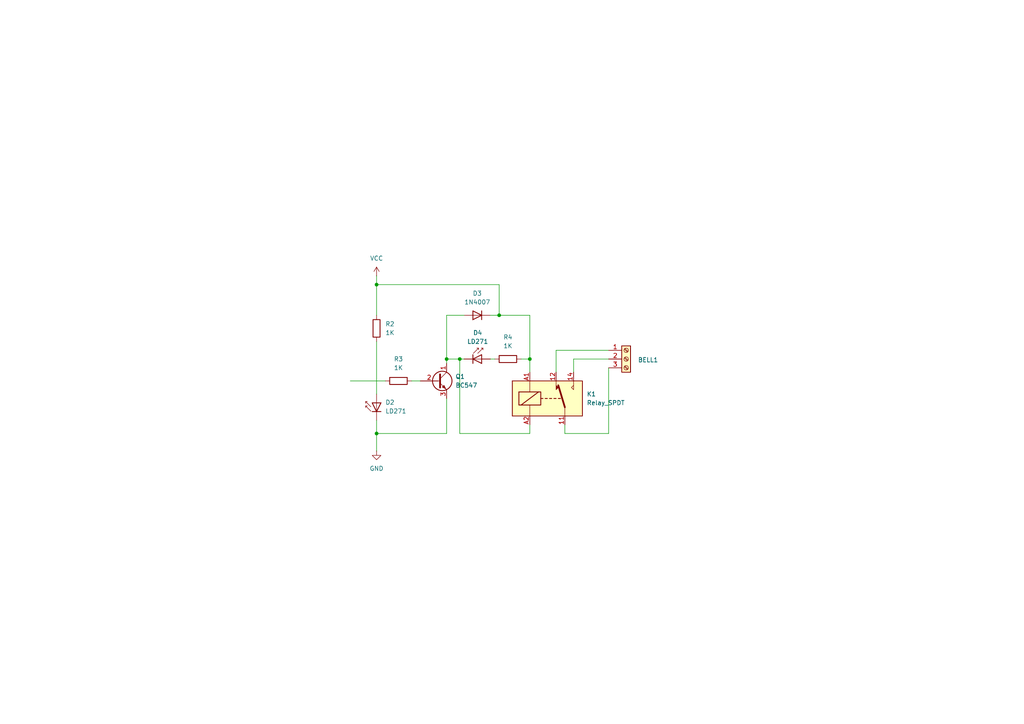
<source format=kicad_sch>
(kicad_sch
	(version 20231120)
	(generator "eeschema")
	(generator_version "8.0")
	(uuid "b8dbf512-f023-4a09-8b7c-3fb3b7d44205")
	(paper "A4")
	(lib_symbols
		(symbol "Connector:Screw_Terminal_01x03"
			(pin_names
				(offset 1.016) hide)
			(exclude_from_sim no)
			(in_bom yes)
			(on_board yes)
			(property "Reference" "J"
				(at 0 5.08 0)
				(effects
					(font
						(size 1.27 1.27)
					)
				)
			)
			(property "Value" "Screw_Terminal_01x03"
				(at 0 -5.08 0)
				(effects
					(font
						(size 1.27 1.27)
					)
				)
			)
			(property "Footprint" ""
				(at 0 0 0)
				(effects
					(font
						(size 1.27 1.27)
					)
					(hide yes)
				)
			)
			(property "Datasheet" "~"
				(at 0 0 0)
				(effects
					(font
						(size 1.27 1.27)
					)
					(hide yes)
				)
			)
			(property "Description" "Generic screw terminal, single row, 01x03, script generated (kicad-library-utils/schlib/autogen/connector/)"
				(at 0 0 0)
				(effects
					(font
						(size 1.27 1.27)
					)
					(hide yes)
				)
			)
			(property "ki_keywords" "screw terminal"
				(at 0 0 0)
				(effects
					(font
						(size 1.27 1.27)
					)
					(hide yes)
				)
			)
			(property "ki_fp_filters" "TerminalBlock*:*"
				(at 0 0 0)
				(effects
					(font
						(size 1.27 1.27)
					)
					(hide yes)
				)
			)
			(symbol "Screw_Terminal_01x03_1_1"
				(rectangle
					(start -1.27 3.81)
					(end 1.27 -3.81)
					(stroke
						(width 0.254)
						(type default)
					)
					(fill
						(type background)
					)
				)
				(circle
					(center 0 -2.54)
					(radius 0.635)
					(stroke
						(width 0.1524)
						(type default)
					)
					(fill
						(type none)
					)
				)
				(polyline
					(pts
						(xy -0.5334 -2.2098) (xy 0.3302 -3.048)
					)
					(stroke
						(width 0.1524)
						(type default)
					)
					(fill
						(type none)
					)
				)
				(polyline
					(pts
						(xy -0.5334 0.3302) (xy 0.3302 -0.508)
					)
					(stroke
						(width 0.1524)
						(type default)
					)
					(fill
						(type none)
					)
				)
				(polyline
					(pts
						(xy -0.5334 2.8702) (xy 0.3302 2.032)
					)
					(stroke
						(width 0.1524)
						(type default)
					)
					(fill
						(type none)
					)
				)
				(polyline
					(pts
						(xy -0.3556 -2.032) (xy 0.508 -2.8702)
					)
					(stroke
						(width 0.1524)
						(type default)
					)
					(fill
						(type none)
					)
				)
				(polyline
					(pts
						(xy -0.3556 0.508) (xy 0.508 -0.3302)
					)
					(stroke
						(width 0.1524)
						(type default)
					)
					(fill
						(type none)
					)
				)
				(polyline
					(pts
						(xy -0.3556 3.048) (xy 0.508 2.2098)
					)
					(stroke
						(width 0.1524)
						(type default)
					)
					(fill
						(type none)
					)
				)
				(circle
					(center 0 0)
					(radius 0.635)
					(stroke
						(width 0.1524)
						(type default)
					)
					(fill
						(type none)
					)
				)
				(circle
					(center 0 2.54)
					(radius 0.635)
					(stroke
						(width 0.1524)
						(type default)
					)
					(fill
						(type none)
					)
				)
				(pin passive line
					(at -5.08 2.54 0)
					(length 3.81)
					(name "Pin_1"
						(effects
							(font
								(size 1.27 1.27)
							)
						)
					)
					(number "1"
						(effects
							(font
								(size 1.27 1.27)
							)
						)
					)
				)
				(pin passive line
					(at -5.08 0 0)
					(length 3.81)
					(name "Pin_2"
						(effects
							(font
								(size 1.27 1.27)
							)
						)
					)
					(number "2"
						(effects
							(font
								(size 1.27 1.27)
							)
						)
					)
				)
				(pin passive line
					(at -5.08 -2.54 0)
					(length 3.81)
					(name "Pin_3"
						(effects
							(font
								(size 1.27 1.27)
							)
						)
					)
					(number "3"
						(effects
							(font
								(size 1.27 1.27)
							)
						)
					)
				)
			)
		)
		(symbol "Device:R"
			(pin_numbers hide)
			(pin_names
				(offset 0)
			)
			(exclude_from_sim no)
			(in_bom yes)
			(on_board yes)
			(property "Reference" "R"
				(at 2.032 0 90)
				(effects
					(font
						(size 1.27 1.27)
					)
				)
			)
			(property "Value" "R"
				(at 0 0 90)
				(effects
					(font
						(size 1.27 1.27)
					)
				)
			)
			(property "Footprint" ""
				(at -1.778 0 90)
				(effects
					(font
						(size 1.27 1.27)
					)
					(hide yes)
				)
			)
			(property "Datasheet" "~"
				(at 0 0 0)
				(effects
					(font
						(size 1.27 1.27)
					)
					(hide yes)
				)
			)
			(property "Description" "Resistor"
				(at 0 0 0)
				(effects
					(font
						(size 1.27 1.27)
					)
					(hide yes)
				)
			)
			(property "ki_keywords" "R res resistor"
				(at 0 0 0)
				(effects
					(font
						(size 1.27 1.27)
					)
					(hide yes)
				)
			)
			(property "ki_fp_filters" "R_*"
				(at 0 0 0)
				(effects
					(font
						(size 1.27 1.27)
					)
					(hide yes)
				)
			)
			(symbol "R_0_1"
				(rectangle
					(start -1.016 -2.54)
					(end 1.016 2.54)
					(stroke
						(width 0.254)
						(type default)
					)
					(fill
						(type none)
					)
				)
			)
			(symbol "R_1_1"
				(pin passive line
					(at 0 3.81 270)
					(length 1.27)
					(name "~"
						(effects
							(font
								(size 1.27 1.27)
							)
						)
					)
					(number "1"
						(effects
							(font
								(size 1.27 1.27)
							)
						)
					)
				)
				(pin passive line
					(at 0 -3.81 90)
					(length 1.27)
					(name "~"
						(effects
							(font
								(size 1.27 1.27)
							)
						)
					)
					(number "2"
						(effects
							(font
								(size 1.27 1.27)
							)
						)
					)
				)
			)
		)
		(symbol "Diode:1N4007"
			(pin_numbers hide)
			(pin_names hide)
			(exclude_from_sim no)
			(in_bom yes)
			(on_board yes)
			(property "Reference" "D"
				(at 0 2.54 0)
				(effects
					(font
						(size 1.27 1.27)
					)
				)
			)
			(property "Value" "1N4007"
				(at 0 -2.54 0)
				(effects
					(font
						(size 1.27 1.27)
					)
				)
			)
			(property "Footprint" "Diode_THT:D_DO-41_SOD81_P10.16mm_Horizontal"
				(at 0 -4.445 0)
				(effects
					(font
						(size 1.27 1.27)
					)
					(hide yes)
				)
			)
			(property "Datasheet" "http://www.vishay.com/docs/88503/1n4001.pdf"
				(at 0 0 0)
				(effects
					(font
						(size 1.27 1.27)
					)
					(hide yes)
				)
			)
			(property "Description" "1000V 1A General Purpose Rectifier Diode, DO-41"
				(at 0 0 0)
				(effects
					(font
						(size 1.27 1.27)
					)
					(hide yes)
				)
			)
			(property "Sim.Device" "D"
				(at 0 0 0)
				(effects
					(font
						(size 1.27 1.27)
					)
					(hide yes)
				)
			)
			(property "Sim.Pins" "1=K 2=A"
				(at 0 0 0)
				(effects
					(font
						(size 1.27 1.27)
					)
					(hide yes)
				)
			)
			(property "ki_keywords" "diode"
				(at 0 0 0)
				(effects
					(font
						(size 1.27 1.27)
					)
					(hide yes)
				)
			)
			(property "ki_fp_filters" "D*DO?41*"
				(at 0 0 0)
				(effects
					(font
						(size 1.27 1.27)
					)
					(hide yes)
				)
			)
			(symbol "1N4007_0_1"
				(polyline
					(pts
						(xy -1.27 1.27) (xy -1.27 -1.27)
					)
					(stroke
						(width 0.254)
						(type default)
					)
					(fill
						(type none)
					)
				)
				(polyline
					(pts
						(xy 1.27 0) (xy -1.27 0)
					)
					(stroke
						(width 0)
						(type default)
					)
					(fill
						(type none)
					)
				)
				(polyline
					(pts
						(xy 1.27 1.27) (xy 1.27 -1.27) (xy -1.27 0) (xy 1.27 1.27)
					)
					(stroke
						(width 0.254)
						(type default)
					)
					(fill
						(type none)
					)
				)
			)
			(symbol "1N4007_1_1"
				(pin passive line
					(at -3.81 0 0)
					(length 2.54)
					(name "K"
						(effects
							(font
								(size 1.27 1.27)
							)
						)
					)
					(number "1"
						(effects
							(font
								(size 1.27 1.27)
							)
						)
					)
				)
				(pin passive line
					(at 3.81 0 180)
					(length 2.54)
					(name "A"
						(effects
							(font
								(size 1.27 1.27)
							)
						)
					)
					(number "2"
						(effects
							(font
								(size 1.27 1.27)
							)
						)
					)
				)
			)
		)
		(symbol "LED:LD271"
			(pin_numbers hide)
			(pin_names
				(offset 1.016) hide)
			(exclude_from_sim no)
			(in_bom yes)
			(on_board yes)
			(property "Reference" "D"
				(at 0.508 1.778 0)
				(effects
					(font
						(size 1.27 1.27)
					)
					(justify left)
				)
			)
			(property "Value" "LD271"
				(at -1.016 -2.794 0)
				(effects
					(font
						(size 1.27 1.27)
					)
				)
			)
			(property "Footprint" "LED_THT:LED_D5.0mm_IRGrey"
				(at 0 4.445 0)
				(effects
					(font
						(size 1.27 1.27)
					)
					(hide yes)
				)
			)
			(property "Datasheet" "http://www.alliedelec.com/m/d/40788c34903a719969df15f1fbea1056.pdf"
				(at -1.27 0 0)
				(effects
					(font
						(size 1.27 1.27)
					)
					(hide yes)
				)
			)
			(property "Description" "940nm IR-LED, 5mm"
				(at 0 0 0)
				(effects
					(font
						(size 1.27 1.27)
					)
					(hide yes)
				)
			)
			(property "ki_keywords" "IR LED"
				(at 0 0 0)
				(effects
					(font
						(size 1.27 1.27)
					)
					(hide yes)
				)
			)
			(property "ki_fp_filters" "LED*5.0mm*IRGrey*"
				(at 0 0 0)
				(effects
					(font
						(size 1.27 1.27)
					)
					(hide yes)
				)
			)
			(symbol "LD271_0_1"
				(polyline
					(pts
						(xy -2.54 1.27) (xy -2.54 -1.27)
					)
					(stroke
						(width 0.254)
						(type default)
					)
					(fill
						(type none)
					)
				)
				(polyline
					(pts
						(xy 0 0) (xy -2.54 0)
					)
					(stroke
						(width 0)
						(type default)
					)
					(fill
						(type none)
					)
				)
				(polyline
					(pts
						(xy 0.381 3.175) (xy -0.127 3.175)
					)
					(stroke
						(width 0)
						(type default)
					)
					(fill
						(type none)
					)
				)
				(polyline
					(pts
						(xy -1.143 1.651) (xy 0.381 3.175) (xy 0.381 2.667)
					)
					(stroke
						(width 0)
						(type default)
					)
					(fill
						(type none)
					)
				)
				(polyline
					(pts
						(xy 0 -1.27) (xy -2.54 0) (xy 0 1.27) (xy 0 -1.27)
					)
					(stroke
						(width 0.254)
						(type default)
					)
					(fill
						(type none)
					)
				)
				(polyline
					(pts
						(xy -2.413 1.651) (xy -0.889 3.175) (xy -0.889 2.667) (xy -0.889 3.175) (xy -1.397 3.175)
					)
					(stroke
						(width 0)
						(type default)
					)
					(fill
						(type none)
					)
				)
			)
			(symbol "LD271_1_1"
				(pin passive line
					(at -5.08 0 0)
					(length 2.54)
					(name "K"
						(effects
							(font
								(size 1.27 1.27)
							)
						)
					)
					(number "1"
						(effects
							(font
								(size 1.27 1.27)
							)
						)
					)
				)
				(pin passive line
					(at 2.54 0 180)
					(length 2.54)
					(name "A"
						(effects
							(font
								(size 1.27 1.27)
							)
						)
					)
					(number "2"
						(effects
							(font
								(size 1.27 1.27)
							)
						)
					)
				)
			)
		)
		(symbol "Relay:Relay_SPDT"
			(exclude_from_sim no)
			(in_bom yes)
			(on_board yes)
			(property "Reference" "K"
				(at 11.43 3.81 0)
				(effects
					(font
						(size 1.27 1.27)
					)
					(justify left)
				)
			)
			(property "Value" "Relay_SPDT"
				(at 11.43 1.27 0)
				(effects
					(font
						(size 1.27 1.27)
					)
					(justify left)
				)
			)
			(property "Footprint" ""
				(at 11.43 -1.27 0)
				(effects
					(font
						(size 1.27 1.27)
					)
					(justify left)
					(hide yes)
				)
			)
			(property "Datasheet" "~"
				(at 0 0 0)
				(effects
					(font
						(size 1.27 1.27)
					)
					(hide yes)
				)
			)
			(property "Description" "Monostable Relay SPDT, EN50005"
				(at 0 0 0)
				(effects
					(font
						(size 1.27 1.27)
					)
					(hide yes)
				)
			)
			(property "ki_keywords" "Single Pole Relay SPDT"
				(at 0 0 0)
				(effects
					(font
						(size 1.27 1.27)
					)
					(hide yes)
				)
			)
			(property "ki_fp_filters" "Relay?SPDT*"
				(at 0 0 0)
				(effects
					(font
						(size 1.27 1.27)
					)
					(hide yes)
				)
			)
			(symbol "Relay_SPDT_0_0"
				(polyline
					(pts
						(xy 7.62 5.08) (xy 7.62 2.54) (xy 6.985 3.175) (xy 7.62 3.81)
					)
					(stroke
						(width 0)
						(type default)
					)
					(fill
						(type none)
					)
				)
			)
			(symbol "Relay_SPDT_0_1"
				(rectangle
					(start -10.16 5.08)
					(end 10.16 -5.08)
					(stroke
						(width 0.254)
						(type default)
					)
					(fill
						(type background)
					)
				)
				(rectangle
					(start -8.255 1.905)
					(end -1.905 -1.905)
					(stroke
						(width 0.254)
						(type default)
					)
					(fill
						(type none)
					)
				)
				(polyline
					(pts
						(xy -7.62 -1.905) (xy -2.54 1.905)
					)
					(stroke
						(width 0.254)
						(type default)
					)
					(fill
						(type none)
					)
				)
				(polyline
					(pts
						(xy -5.08 -5.08) (xy -5.08 -1.905)
					)
					(stroke
						(width 0)
						(type default)
					)
					(fill
						(type none)
					)
				)
				(polyline
					(pts
						(xy -5.08 5.08) (xy -5.08 1.905)
					)
					(stroke
						(width 0)
						(type default)
					)
					(fill
						(type none)
					)
				)
				(polyline
					(pts
						(xy -1.905 0) (xy -1.27 0)
					)
					(stroke
						(width 0.254)
						(type default)
					)
					(fill
						(type none)
					)
				)
				(polyline
					(pts
						(xy -0.635 0) (xy 0 0)
					)
					(stroke
						(width 0.254)
						(type default)
					)
					(fill
						(type none)
					)
				)
				(polyline
					(pts
						(xy 0.635 0) (xy 1.27 0)
					)
					(stroke
						(width 0.254)
						(type default)
					)
					(fill
						(type none)
					)
				)
				(polyline
					(pts
						(xy 1.905 0) (xy 2.54 0)
					)
					(stroke
						(width 0.254)
						(type default)
					)
					(fill
						(type none)
					)
				)
				(polyline
					(pts
						(xy 3.175 0) (xy 3.81 0)
					)
					(stroke
						(width 0.254)
						(type default)
					)
					(fill
						(type none)
					)
				)
				(polyline
					(pts
						(xy 5.08 -2.54) (xy 3.175 3.81)
					)
					(stroke
						(width 0.508)
						(type default)
					)
					(fill
						(type none)
					)
				)
				(polyline
					(pts
						(xy 5.08 -2.54) (xy 5.08 -5.08)
					)
					(stroke
						(width 0)
						(type default)
					)
					(fill
						(type none)
					)
				)
				(polyline
					(pts
						(xy 2.54 5.08) (xy 2.54 2.54) (xy 3.175 3.175) (xy 2.54 3.81)
					)
					(stroke
						(width 0)
						(type default)
					)
					(fill
						(type outline)
					)
				)
			)
			(symbol "Relay_SPDT_1_1"
				(pin passive line
					(at 5.08 -7.62 90)
					(length 2.54)
					(name "~"
						(effects
							(font
								(size 1.27 1.27)
							)
						)
					)
					(number "11"
						(effects
							(font
								(size 1.27 1.27)
							)
						)
					)
				)
				(pin passive line
					(at 2.54 7.62 270)
					(length 2.54)
					(name "~"
						(effects
							(font
								(size 1.27 1.27)
							)
						)
					)
					(number "12"
						(effects
							(font
								(size 1.27 1.27)
							)
						)
					)
				)
				(pin passive line
					(at 7.62 7.62 270)
					(length 2.54)
					(name "~"
						(effects
							(font
								(size 1.27 1.27)
							)
						)
					)
					(number "14"
						(effects
							(font
								(size 1.27 1.27)
							)
						)
					)
				)
				(pin passive line
					(at -5.08 7.62 270)
					(length 2.54)
					(name "~"
						(effects
							(font
								(size 1.27 1.27)
							)
						)
					)
					(number "A1"
						(effects
							(font
								(size 1.27 1.27)
							)
						)
					)
				)
				(pin passive line
					(at -5.08 -7.62 90)
					(length 2.54)
					(name "~"
						(effects
							(font
								(size 1.27 1.27)
							)
						)
					)
					(number "A2"
						(effects
							(font
								(size 1.27 1.27)
							)
						)
					)
				)
			)
		)
		(symbol "Transistor_BJT:BC547"
			(pin_names
				(offset 0) hide)
			(exclude_from_sim no)
			(in_bom yes)
			(on_board yes)
			(property "Reference" "Q"
				(at 5.08 1.905 0)
				(effects
					(font
						(size 1.27 1.27)
					)
					(justify left)
				)
			)
			(property "Value" "BC547"
				(at 5.08 0 0)
				(effects
					(font
						(size 1.27 1.27)
					)
					(justify left)
				)
			)
			(property "Footprint" "Package_TO_SOT_THT:TO-92_Inline"
				(at 5.08 -1.905 0)
				(effects
					(font
						(size 1.27 1.27)
						(italic yes)
					)
					(justify left)
					(hide yes)
				)
			)
			(property "Datasheet" "https://www.onsemi.com/pub/Collateral/BC550-D.pdf"
				(at 0 0 0)
				(effects
					(font
						(size 1.27 1.27)
					)
					(justify left)
					(hide yes)
				)
			)
			(property "Description" "0.1A Ic, 45V Vce, Small Signal NPN Transistor, TO-92"
				(at 0 0 0)
				(effects
					(font
						(size 1.27 1.27)
					)
					(hide yes)
				)
			)
			(property "ki_keywords" "NPN Transistor"
				(at 0 0 0)
				(effects
					(font
						(size 1.27 1.27)
					)
					(hide yes)
				)
			)
			(property "ki_fp_filters" "TO?92*"
				(at 0 0 0)
				(effects
					(font
						(size 1.27 1.27)
					)
					(hide yes)
				)
			)
			(symbol "BC547_0_1"
				(polyline
					(pts
						(xy 0 0) (xy 0.635 0)
					)
					(stroke
						(width 0)
						(type default)
					)
					(fill
						(type none)
					)
				)
				(polyline
					(pts
						(xy 0.635 0.635) (xy 2.54 2.54)
					)
					(stroke
						(width 0)
						(type default)
					)
					(fill
						(type none)
					)
				)
				(polyline
					(pts
						(xy 0.635 -0.635) (xy 2.54 -2.54) (xy 2.54 -2.54)
					)
					(stroke
						(width 0)
						(type default)
					)
					(fill
						(type none)
					)
				)
				(polyline
					(pts
						(xy 0.635 1.905) (xy 0.635 -1.905) (xy 0.635 -1.905)
					)
					(stroke
						(width 0.508)
						(type default)
					)
					(fill
						(type none)
					)
				)
				(polyline
					(pts
						(xy 1.27 -1.778) (xy 1.778 -1.27) (xy 2.286 -2.286) (xy 1.27 -1.778) (xy 1.27 -1.778)
					)
					(stroke
						(width 0)
						(type default)
					)
					(fill
						(type outline)
					)
				)
				(circle
					(center 1.27 0)
					(radius 2.8194)
					(stroke
						(width 0.254)
						(type default)
					)
					(fill
						(type none)
					)
				)
			)
			(symbol "BC547_1_1"
				(pin passive line
					(at 2.54 5.08 270)
					(length 2.54)
					(name "C"
						(effects
							(font
								(size 1.27 1.27)
							)
						)
					)
					(number "1"
						(effects
							(font
								(size 1.27 1.27)
							)
						)
					)
				)
				(pin input line
					(at -5.08 0 0)
					(length 5.08)
					(name "B"
						(effects
							(font
								(size 1.27 1.27)
							)
						)
					)
					(number "2"
						(effects
							(font
								(size 1.27 1.27)
							)
						)
					)
				)
				(pin passive line
					(at 2.54 -5.08 90)
					(length 2.54)
					(name "E"
						(effects
							(font
								(size 1.27 1.27)
							)
						)
					)
					(number "3"
						(effects
							(font
								(size 1.27 1.27)
							)
						)
					)
				)
			)
		)
		(symbol "power:GND"
			(power)
			(pin_numbers hide)
			(pin_names
				(offset 0) hide)
			(exclude_from_sim no)
			(in_bom yes)
			(on_board yes)
			(property "Reference" "#PWR"
				(at 0 -6.35 0)
				(effects
					(font
						(size 1.27 1.27)
					)
					(hide yes)
				)
			)
			(property "Value" "GND"
				(at 0 -3.81 0)
				(effects
					(font
						(size 1.27 1.27)
					)
				)
			)
			(property "Footprint" ""
				(at 0 0 0)
				(effects
					(font
						(size 1.27 1.27)
					)
					(hide yes)
				)
			)
			(property "Datasheet" ""
				(at 0 0 0)
				(effects
					(font
						(size 1.27 1.27)
					)
					(hide yes)
				)
			)
			(property "Description" "Power symbol creates a global label with name \"GND\" , ground"
				(at 0 0 0)
				(effects
					(font
						(size 1.27 1.27)
					)
					(hide yes)
				)
			)
			(property "ki_keywords" "global power"
				(at 0 0 0)
				(effects
					(font
						(size 1.27 1.27)
					)
					(hide yes)
				)
			)
			(symbol "GND_0_1"
				(polyline
					(pts
						(xy 0 0) (xy 0 -1.27) (xy 1.27 -1.27) (xy 0 -2.54) (xy -1.27 -1.27) (xy 0 -1.27)
					)
					(stroke
						(width 0)
						(type default)
					)
					(fill
						(type none)
					)
				)
			)
			(symbol "GND_1_1"
				(pin power_in line
					(at 0 0 270)
					(length 0)
					(name "~"
						(effects
							(font
								(size 1.27 1.27)
							)
						)
					)
					(number "1"
						(effects
							(font
								(size 1.27 1.27)
							)
						)
					)
				)
			)
		)
		(symbol "power:VCC"
			(power)
			(pin_numbers hide)
			(pin_names
				(offset 0) hide)
			(exclude_from_sim no)
			(in_bom yes)
			(on_board yes)
			(property "Reference" "#PWR"
				(at 0 -3.81 0)
				(effects
					(font
						(size 1.27 1.27)
					)
					(hide yes)
				)
			)
			(property "Value" "VCC"
				(at 0 3.556 0)
				(effects
					(font
						(size 1.27 1.27)
					)
				)
			)
			(property "Footprint" ""
				(at 0 0 0)
				(effects
					(font
						(size 1.27 1.27)
					)
					(hide yes)
				)
			)
			(property "Datasheet" ""
				(at 0 0 0)
				(effects
					(font
						(size 1.27 1.27)
					)
					(hide yes)
				)
			)
			(property "Description" "Power symbol creates a global label with name \"VCC\""
				(at 0 0 0)
				(effects
					(font
						(size 1.27 1.27)
					)
					(hide yes)
				)
			)
			(property "ki_keywords" "global power"
				(at 0 0 0)
				(effects
					(font
						(size 1.27 1.27)
					)
					(hide yes)
				)
			)
			(symbol "VCC_0_1"
				(polyline
					(pts
						(xy -0.762 1.27) (xy 0 2.54)
					)
					(stroke
						(width 0)
						(type default)
					)
					(fill
						(type none)
					)
				)
				(polyline
					(pts
						(xy 0 0) (xy 0 2.54)
					)
					(stroke
						(width 0)
						(type default)
					)
					(fill
						(type none)
					)
				)
				(polyline
					(pts
						(xy 0 2.54) (xy 0.762 1.27)
					)
					(stroke
						(width 0)
						(type default)
					)
					(fill
						(type none)
					)
				)
			)
			(symbol "VCC_1_1"
				(pin power_in line
					(at 0 0 90)
					(length 0)
					(name "~"
						(effects
							(font
								(size 1.27 1.27)
							)
						)
					)
					(number "1"
						(effects
							(font
								(size 1.27 1.27)
							)
						)
					)
				)
			)
		)
	)
	(junction
		(at 144.78 91.44)
		(diameter 0)
		(color 0 0 0 0)
		(uuid "19214ade-ba8d-4cee-a3ed-eb9b140e7be8")
	)
	(junction
		(at 153.67 104.14)
		(diameter 0)
		(color 0 0 0 0)
		(uuid "306e919b-6f2d-4c57-be28-1161a755d6bc")
	)
	(junction
		(at 109.22 82.55)
		(diameter 0)
		(color 0 0 0 0)
		(uuid "36cc8e61-f42c-4bb2-9284-a60bf2e2db3b")
	)
	(junction
		(at 129.54 104.14)
		(diameter 0)
		(color 0 0 0 0)
		(uuid "57c1d224-2f28-4ec1-9899-a5defa627dce")
	)
	(junction
		(at 109.22 125.73)
		(diameter 0)
		(color 0 0 0 0)
		(uuid "b64ec2c9-af21-4907-abe4-b7424f32008d")
	)
	(junction
		(at 133.35 104.14)
		(diameter 0)
		(color 0 0 0 0)
		(uuid "c8a62907-6db3-413e-91a4-91a0a3389f37")
	)
	(wire
		(pts
			(xy 109.22 80.01) (xy 109.22 82.55)
		)
		(stroke
			(width 0)
			(type default)
		)
		(uuid "00249c6b-6130-4950-b859-bd1487e8183a")
	)
	(wire
		(pts
			(xy 144.78 82.55) (xy 144.78 91.44)
		)
		(stroke
			(width 0)
			(type default)
		)
		(uuid "0a1ff218-6ff2-4c88-a7ee-a385a89a22f0")
	)
	(wire
		(pts
			(xy 153.67 123.19) (xy 153.67 125.73)
		)
		(stroke
			(width 0)
			(type default)
		)
		(uuid "174b7a07-9b62-41a9-a5cd-9d921592cbeb")
	)
	(wire
		(pts
			(xy 153.67 104.14) (xy 151.13 104.14)
		)
		(stroke
			(width 0)
			(type default)
		)
		(uuid "1e4cd558-a7ab-4c3f-8be0-8cf30bbaba6c")
	)
	(wire
		(pts
			(xy 161.29 101.6) (xy 161.29 107.95)
		)
		(stroke
			(width 0)
			(type default)
		)
		(uuid "257252fd-2e4e-44ea-a702-576448a0a606")
	)
	(wire
		(pts
			(xy 101.6 110.49) (xy 111.76 110.49)
		)
		(stroke
			(width 0)
			(type default)
		)
		(uuid "29dc9b11-c13f-4d5d-8d72-9b1b61f20b8f")
	)
	(wire
		(pts
			(xy 129.54 104.14) (xy 133.35 104.14)
		)
		(stroke
			(width 0)
			(type default)
		)
		(uuid "2ba138f7-7961-4b8a-931c-7f6d4b9e99e8")
	)
	(wire
		(pts
			(xy 109.22 130.81) (xy 109.22 125.73)
		)
		(stroke
			(width 0)
			(type default)
		)
		(uuid "2e317290-6ccc-459b-8c49-990ce14a49e9")
	)
	(wire
		(pts
			(xy 176.53 101.6) (xy 161.29 101.6)
		)
		(stroke
			(width 0)
			(type default)
		)
		(uuid "2fc7329f-dbf3-4c9a-8b30-3b0b872be8b3")
	)
	(wire
		(pts
			(xy 129.54 104.14) (xy 129.54 91.44)
		)
		(stroke
			(width 0)
			(type default)
		)
		(uuid "353ff69d-51e6-4e76-af03-bcf7aaa480eb")
	)
	(wire
		(pts
			(xy 176.53 106.68) (xy 176.53 125.73)
		)
		(stroke
			(width 0)
			(type default)
		)
		(uuid "35ba3818-ee68-4cf1-98f1-b08b5ca390e0")
	)
	(wire
		(pts
			(xy 142.24 91.44) (xy 144.78 91.44)
		)
		(stroke
			(width 0)
			(type default)
		)
		(uuid "427dfa03-6844-4d56-a691-f61200cebe8d")
	)
	(wire
		(pts
			(xy 109.22 121.92) (xy 109.22 125.73)
		)
		(stroke
			(width 0)
			(type default)
		)
		(uuid "5648cc2b-203f-43f8-9d8d-add1876d6514")
	)
	(wire
		(pts
			(xy 109.22 99.06) (xy 109.22 114.3)
		)
		(stroke
			(width 0)
			(type default)
		)
		(uuid "5c0ba63f-ef1c-4230-9fc3-c2ec4f662a95")
	)
	(wire
		(pts
			(xy 109.22 82.55) (xy 109.22 91.44)
		)
		(stroke
			(width 0)
			(type default)
		)
		(uuid "60caf7ea-d18e-4763-a28e-acb4244d8dcd")
	)
	(wire
		(pts
			(xy 129.54 105.41) (xy 129.54 104.14)
		)
		(stroke
			(width 0)
			(type default)
		)
		(uuid "6ad26671-5b50-40d8-b3b5-996f64cad3a2")
	)
	(wire
		(pts
			(xy 176.53 125.73) (xy 163.83 125.73)
		)
		(stroke
			(width 0)
			(type default)
		)
		(uuid "6caae416-e4c2-461d-a472-7cbb3d6c17d5")
	)
	(wire
		(pts
			(xy 133.35 125.73) (xy 133.35 104.14)
		)
		(stroke
			(width 0)
			(type default)
		)
		(uuid "724aec04-01bc-4588-a467-390457cbabdf")
	)
	(wire
		(pts
			(xy 119.38 110.49) (xy 121.92 110.49)
		)
		(stroke
			(width 0)
			(type default)
		)
		(uuid "736a66b9-18ea-461d-bf06-b593718561ac")
	)
	(wire
		(pts
			(xy 144.78 91.44) (xy 153.67 91.44)
		)
		(stroke
			(width 0)
			(type default)
		)
		(uuid "816d0702-e9d7-4832-b665-202496a0ba45")
	)
	(wire
		(pts
			(xy 142.24 104.14) (xy 143.51 104.14)
		)
		(stroke
			(width 0)
			(type default)
		)
		(uuid "83e5347b-b8b3-4c20-841f-a001ad579ced")
	)
	(wire
		(pts
			(xy 109.22 82.55) (xy 144.78 82.55)
		)
		(stroke
			(width 0)
			(type default)
		)
		(uuid "8eec9ed3-634e-4e35-9b0e-a529b8a374bf")
	)
	(wire
		(pts
			(xy 153.67 125.73) (xy 133.35 125.73)
		)
		(stroke
			(width 0)
			(type default)
		)
		(uuid "9320c348-8b01-425e-96e2-05f354eaedb9")
	)
	(wire
		(pts
			(xy 129.54 125.73) (xy 129.54 115.57)
		)
		(stroke
			(width 0)
			(type default)
		)
		(uuid "994570d1-5944-4b29-8852-a4b87fefe868")
	)
	(wire
		(pts
			(xy 163.83 125.73) (xy 163.83 123.19)
		)
		(stroke
			(width 0)
			(type default)
		)
		(uuid "ac221d5b-f915-4a76-b311-3afb26d33097")
	)
	(wire
		(pts
			(xy 129.54 91.44) (xy 134.62 91.44)
		)
		(stroke
			(width 0)
			(type default)
		)
		(uuid "b3580a5b-af1b-4315-b824-8e121d8247b4")
	)
	(wire
		(pts
			(xy 166.37 104.14) (xy 176.53 104.14)
		)
		(stroke
			(width 0)
			(type default)
		)
		(uuid "d06ff014-1054-4cd2-ad51-c38446a1c99f")
	)
	(wire
		(pts
			(xy 166.37 107.95) (xy 166.37 104.14)
		)
		(stroke
			(width 0)
			(type default)
		)
		(uuid "e1946857-5cd6-41c8-9579-b48b6855f787")
	)
	(wire
		(pts
			(xy 109.22 125.73) (xy 129.54 125.73)
		)
		(stroke
			(width 0)
			(type default)
		)
		(uuid "f1d17bfb-acb2-4bfa-99e8-d9ff6a5b5097")
	)
	(wire
		(pts
			(xy 133.35 104.14) (xy 134.62 104.14)
		)
		(stroke
			(width 0)
			(type default)
		)
		(uuid "f2c4bf6b-11a2-4efc-bf77-f4fae1f6f574")
	)
	(wire
		(pts
			(xy 153.67 91.44) (xy 153.67 104.14)
		)
		(stroke
			(width 0)
			(type default)
		)
		(uuid "f48c8a2d-e590-46d7-a468-c58085674ec1")
	)
	(wire
		(pts
			(xy 153.67 104.14) (xy 153.67 107.95)
		)
		(stroke
			(width 0)
			(type default)
		)
		(uuid "fdacfc0d-f59b-42e3-a874-28ed377c7325")
	)
	(symbol
		(lib_id "power:GND")
		(at 109.22 130.81 0)
		(unit 1)
		(exclude_from_sim no)
		(in_bom yes)
		(on_board yes)
		(dnp no)
		(fields_autoplaced yes)
		(uuid "053f0d07-8eea-465e-a8ae-26f34afccbd6")
		(property "Reference" "#PWR015"
			(at 109.22 137.16 0)
			(effects
				(font
					(size 1.27 1.27)
				)
				(hide yes)
			)
		)
		(property "Value" "GND"
			(at 109.22 135.89 0)
			(effects
				(font
					(size 1.27 1.27)
				)
			)
		)
		(property "Footprint" ""
			(at 109.22 130.81 0)
			(effects
				(font
					(size 1.27 1.27)
				)
				(hide yes)
			)
		)
		(property "Datasheet" ""
			(at 109.22 130.81 0)
			(effects
				(font
					(size 1.27 1.27)
				)
				(hide yes)
			)
		)
		(property "Description" "Power symbol creates a global label with name \"GND\" , ground"
			(at 109.22 130.81 0)
			(effects
				(font
					(size 1.27 1.27)
				)
				(hide yes)
			)
		)
		(pin "1"
			(uuid "7197ff85-d775-474b-aa6d-adcfe13dae1d")
		)
		(instances
			(project "school automatic bell"
				(path "/67588057-4a04-410a-b058-5e444541d633/cbf16b8d-2b5f-4ff0-9b6d-a292865b1cab"
					(reference "#PWR015")
					(unit 1)
				)
			)
		)
	)
	(symbol
		(lib_id "Device:R")
		(at 147.32 104.14 90)
		(unit 1)
		(exclude_from_sim no)
		(in_bom yes)
		(on_board yes)
		(dnp no)
		(fields_autoplaced yes)
		(uuid "49512e5f-8aad-4994-88b4-7e9e1373dafe")
		(property "Reference" "R4"
			(at 147.32 97.79 90)
			(effects
				(font
					(size 1.27 1.27)
				)
			)
		)
		(property "Value" "1K"
			(at 147.32 100.33 90)
			(effects
				(font
					(size 1.27 1.27)
				)
			)
		)
		(property "Footprint" "Resistor_THT:R_Axial_DIN0207_L6.3mm_D2.5mm_P7.62mm_Horizontal"
			(at 147.32 105.918 90)
			(effects
				(font
					(size 1.27 1.27)
				)
				(hide yes)
			)
		)
		(property "Datasheet" "~"
			(at 147.32 104.14 0)
			(effects
				(font
					(size 1.27 1.27)
				)
				(hide yes)
			)
		)
		(property "Description" "Resistor"
			(at 147.32 104.14 0)
			(effects
				(font
					(size 1.27 1.27)
				)
				(hide yes)
			)
		)
		(pin "1"
			(uuid "c9428ae1-2bc9-4181-9fde-608195be2a28")
		)
		(pin "2"
			(uuid "15349254-92f1-479b-9946-b281dfe8827d")
		)
		(instances
			(project "school automatic bell"
				(path "/67588057-4a04-410a-b058-5e444541d633/cbf16b8d-2b5f-4ff0-9b6d-a292865b1cab"
					(reference "R4")
					(unit 1)
				)
			)
		)
	)
	(symbol
		(lib_id "Device:R")
		(at 115.57 110.49 90)
		(unit 1)
		(exclude_from_sim no)
		(in_bom yes)
		(on_board yes)
		(dnp no)
		(fields_autoplaced yes)
		(uuid "49811372-7acf-4022-862b-253138a1a057")
		(property "Reference" "R3"
			(at 115.57 104.14 90)
			(effects
				(font
					(size 1.27 1.27)
				)
			)
		)
		(property "Value" "1K"
			(at 115.57 106.68 90)
			(effects
				(font
					(size 1.27 1.27)
				)
			)
		)
		(property "Footprint" "Resistor_THT:R_Axial_DIN0207_L6.3mm_D2.5mm_P7.62mm_Horizontal"
			(at 115.57 112.268 90)
			(effects
				(font
					(size 1.27 1.27)
				)
				(hide yes)
			)
		)
		(property "Datasheet" "~"
			(at 115.57 110.49 0)
			(effects
				(font
					(size 1.27 1.27)
				)
				(hide yes)
			)
		)
		(property "Description" "Resistor"
			(at 115.57 110.49 0)
			(effects
				(font
					(size 1.27 1.27)
				)
				(hide yes)
			)
		)
		(pin "1"
			(uuid "eff144b6-5330-492e-b74f-43a73158a3e7")
		)
		(pin "2"
			(uuid "87a22b70-fa7a-4c61-8d18-550887c51d0a")
		)
		(instances
			(project "school automatic bell"
				(path "/67588057-4a04-410a-b058-5e444541d633/cbf16b8d-2b5f-4ff0-9b6d-a292865b1cab"
					(reference "R3")
					(unit 1)
				)
			)
		)
	)
	(symbol
		(lib_id "LED:LD271")
		(at 109.22 116.84 90)
		(unit 1)
		(exclude_from_sim no)
		(in_bom yes)
		(on_board yes)
		(dnp no)
		(fields_autoplaced yes)
		(uuid "617fd02a-c6d9-4504-94f2-2338aed06b2c")
		(property "Reference" "D2"
			(at 111.76 116.7129 90)
			(effects
				(font
					(size 1.27 1.27)
				)
				(justify right)
			)
		)
		(property "Value" "LD271"
			(at 111.76 119.2529 90)
			(effects
				(font
					(size 1.27 1.27)
				)
				(justify right)
			)
		)
		(property "Footprint" "LED_THT:LED_D5.0mm_IRGrey"
			(at 104.775 116.84 0)
			(effects
				(font
					(size 1.27 1.27)
				)
				(hide yes)
			)
		)
		(property "Datasheet" "http://www.alliedelec.com/m/d/40788c34903a719969df15f1fbea1056.pdf"
			(at 109.22 118.11 0)
			(effects
				(font
					(size 1.27 1.27)
				)
				(hide yes)
			)
		)
		(property "Description" "940nm IR-LED, 5mm"
			(at 109.22 116.84 0)
			(effects
				(font
					(size 1.27 1.27)
				)
				(hide yes)
			)
		)
		(pin "1"
			(uuid "bb8117fe-8d57-493b-929f-5a5e4c4780aa")
		)
		(pin "2"
			(uuid "63dc7d11-0083-4701-b10d-fdef225990c4")
		)
		(instances
			(project "school automatic bell"
				(path "/67588057-4a04-410a-b058-5e444541d633/cbf16b8d-2b5f-4ff0-9b6d-a292865b1cab"
					(reference "D2")
					(unit 1)
				)
			)
		)
	)
	(symbol
		(lib_id "Transistor_BJT:BC547")
		(at 127 110.49 0)
		(unit 1)
		(exclude_from_sim no)
		(in_bom yes)
		(on_board yes)
		(dnp no)
		(fields_autoplaced yes)
		(uuid "6938be33-e9c1-49aa-a565-ce787228f0c9")
		(property "Reference" "Q1"
			(at 132.08 109.2199 0)
			(effects
				(font
					(size 1.27 1.27)
				)
				(justify left)
			)
		)
		(property "Value" "BC547"
			(at 132.08 111.7599 0)
			(effects
				(font
					(size 1.27 1.27)
				)
				(justify left)
			)
		)
		(property "Footprint" "Package_TO_SOT_THT:TO-92_Inline"
			(at 132.08 112.395 0)
			(effects
				(font
					(size 1.27 1.27)
					(italic yes)
				)
				(justify left)
				(hide yes)
			)
		)
		(property "Datasheet" "https://www.onsemi.com/pub/Collateral/BC550-D.pdf"
			(at 127 110.49 0)
			(effects
				(font
					(size 1.27 1.27)
				)
				(justify left)
				(hide yes)
			)
		)
		(property "Description" "0.1A Ic, 45V Vce, Small Signal NPN Transistor, TO-92"
			(at 127 110.49 0)
			(effects
				(font
					(size 1.27 1.27)
				)
				(hide yes)
			)
		)
		(pin "2"
			(uuid "ba20dde7-2931-4e10-80ab-58f927c5740b")
		)
		(pin "3"
			(uuid "e8451059-dfd1-4c89-90ad-90617786dd38")
		)
		(pin "1"
			(uuid "cdf5085a-0c6c-47fe-9d2d-d32924b2a646")
		)
		(instances
			(project "school automatic bell"
				(path "/67588057-4a04-410a-b058-5e444541d633/cbf16b8d-2b5f-4ff0-9b6d-a292865b1cab"
					(reference "Q1")
					(unit 1)
				)
			)
		)
	)
	(symbol
		(lib_id "Device:R")
		(at 109.22 95.25 180)
		(unit 1)
		(exclude_from_sim no)
		(in_bom yes)
		(on_board yes)
		(dnp no)
		(fields_autoplaced yes)
		(uuid "71b3bb54-ded8-4706-9d93-4a0f250c30dd")
		(property "Reference" "R2"
			(at 111.76 93.9799 0)
			(effects
				(font
					(size 1.27 1.27)
				)
				(justify right)
			)
		)
		(property "Value" "1K"
			(at 111.76 96.5199 0)
			(effects
				(font
					(size 1.27 1.27)
				)
				(justify right)
			)
		)
		(property "Footprint" "Resistor_THT:R_Axial_DIN0207_L6.3mm_D2.5mm_P7.62mm_Horizontal"
			(at 110.998 95.25 90)
			(effects
				(font
					(size 1.27 1.27)
				)
				(hide yes)
			)
		)
		(property "Datasheet" "~"
			(at 109.22 95.25 0)
			(effects
				(font
					(size 1.27 1.27)
				)
				(hide yes)
			)
		)
		(property "Description" "Resistor"
			(at 109.22 95.25 0)
			(effects
				(font
					(size 1.27 1.27)
				)
				(hide yes)
			)
		)
		(pin "1"
			(uuid "5e25608a-bd7d-45bf-9d5a-1c622983dd9f")
		)
		(pin "2"
			(uuid "3bc7910e-b1fe-4c27-8163-f40128489bf7")
		)
		(instances
			(project "school automatic bell"
				(path "/67588057-4a04-410a-b058-5e444541d633/cbf16b8d-2b5f-4ff0-9b6d-a292865b1cab"
					(reference "R2")
					(unit 1)
				)
			)
		)
	)
	(symbol
		(lib_id "power:VCC")
		(at 109.22 80.01 0)
		(unit 1)
		(exclude_from_sim no)
		(in_bom yes)
		(on_board yes)
		(dnp no)
		(fields_autoplaced yes)
		(uuid "913a1ca7-8805-432b-a1c4-8555ccb0bf26")
		(property "Reference" "#PWR014"
			(at 109.22 83.82 0)
			(effects
				(font
					(size 1.27 1.27)
				)
				(hide yes)
			)
		)
		(property "Value" "VCC"
			(at 109.22 74.93 0)
			(effects
				(font
					(size 1.27 1.27)
				)
			)
		)
		(property "Footprint" ""
			(at 109.22 80.01 0)
			(effects
				(font
					(size 1.27 1.27)
				)
				(hide yes)
			)
		)
		(property "Datasheet" ""
			(at 109.22 80.01 0)
			(effects
				(font
					(size 1.27 1.27)
				)
				(hide yes)
			)
		)
		(property "Description" "Power symbol creates a global label with name \"VCC\""
			(at 109.22 80.01 0)
			(effects
				(font
					(size 1.27 1.27)
				)
				(hide yes)
			)
		)
		(pin "1"
			(uuid "c6bf18b6-d970-4fff-9b4e-85e037edfe27")
		)
		(instances
			(project "school automatic bell"
				(path "/67588057-4a04-410a-b058-5e444541d633/cbf16b8d-2b5f-4ff0-9b6d-a292865b1cab"
					(reference "#PWR014")
					(unit 1)
				)
			)
		)
	)
	(symbol
		(lib_id "Relay:Relay_SPDT")
		(at 158.75 115.57 0)
		(unit 1)
		(exclude_from_sim no)
		(in_bom yes)
		(on_board yes)
		(dnp no)
		(fields_autoplaced yes)
		(uuid "bced735f-5737-4503-8949-81b9c83d63d1")
		(property "Reference" "K1"
			(at 170.18 114.2999 0)
			(effects
				(font
					(size 1.27 1.27)
				)
				(justify left)
			)
		)
		(property "Value" "Relay_SPDT"
			(at 170.18 116.8399 0)
			(effects
				(font
					(size 1.27 1.27)
				)
				(justify left)
			)
		)
		(property "Footprint" "Relay_THT:Relay_SPDT_Omron_G2RL-1"
			(at 170.18 116.84 0)
			(effects
				(font
					(size 1.27 1.27)
				)
				(justify left)
				(hide yes)
			)
		)
		(property "Datasheet" "~"
			(at 158.75 115.57 0)
			(effects
				(font
					(size 1.27 1.27)
				)
				(hide yes)
			)
		)
		(property "Description" "Monostable Relay SPDT, EN50005"
			(at 158.75 115.57 0)
			(effects
				(font
					(size 1.27 1.27)
				)
				(hide yes)
			)
		)
		(pin "12"
			(uuid "a0d17e42-dcdb-4568-ac1e-46731c5cc1ee")
		)
		(pin "A1"
			(uuid "374b9b0b-47e0-48e0-bc3f-e475601a5bce")
		)
		(pin "14"
			(uuid "41f6aa94-69a3-4990-9fa3-b9a5cc1e3190")
		)
		(pin "A2"
			(uuid "dc419d4b-16bf-4fee-a1ee-746a1df151bc")
		)
		(pin "11"
			(uuid "40d6b29d-78b7-4729-8679-62e229f746eb")
		)
		(instances
			(project "school automatic bell"
				(path "/67588057-4a04-410a-b058-5e444541d633/cbf16b8d-2b5f-4ff0-9b6d-a292865b1cab"
					(reference "K1")
					(unit 1)
				)
			)
		)
	)
	(symbol
		(lib_id "LED:LD271")
		(at 139.7 104.14 0)
		(unit 1)
		(exclude_from_sim no)
		(in_bom yes)
		(on_board yes)
		(dnp no)
		(uuid "da035ed0-0d70-476c-8148-8d2c57827ed1")
		(property "Reference" "D4"
			(at 138.557 96.52 0)
			(effects
				(font
					(size 1.27 1.27)
				)
			)
		)
		(property "Value" "LD271"
			(at 138.557 99.06 0)
			(effects
				(font
					(size 1.27 1.27)
				)
			)
		)
		(property "Footprint" "LED_THT:LED_D5.0mm_IRGrey"
			(at 139.7 99.695 0)
			(effects
				(font
					(size 1.27 1.27)
				)
				(hide yes)
			)
		)
		(property "Datasheet" "http://www.alliedelec.com/m/d/40788c34903a719969df15f1fbea1056.pdf"
			(at 138.43 104.14 0)
			(effects
				(font
					(size 1.27 1.27)
				)
				(hide yes)
			)
		)
		(property "Description" "940nm IR-LED, 5mm"
			(at 139.7 104.14 0)
			(effects
				(font
					(size 1.27 1.27)
				)
				(hide yes)
			)
		)
		(pin "1"
			(uuid "4606f281-a965-45d1-81e4-c832ba9b4b59")
		)
		(pin "2"
			(uuid "6905a600-daaa-476b-a915-2f23e3456e28")
		)
		(instances
			(project "school automatic bell"
				(path "/67588057-4a04-410a-b058-5e444541d633/cbf16b8d-2b5f-4ff0-9b6d-a292865b1cab"
					(reference "D4")
					(unit 1)
				)
			)
		)
	)
	(symbol
		(lib_id "Diode:1N4007")
		(at 138.43 91.44 180)
		(unit 1)
		(exclude_from_sim no)
		(in_bom yes)
		(on_board yes)
		(dnp no)
		(fields_autoplaced yes)
		(uuid "db41c99d-38dc-4e6b-b27a-90b48ce8ac74")
		(property "Reference" "D3"
			(at 138.43 85.09 0)
			(effects
				(font
					(size 1.27 1.27)
				)
			)
		)
		(property "Value" "1N4007"
			(at 138.43 87.63 0)
			(effects
				(font
					(size 1.27 1.27)
				)
			)
		)
		(property "Footprint" "Diode_THT:D_DO-41_SOD81_P10.16mm_Horizontal"
			(at 138.43 86.995 0)
			(effects
				(font
					(size 1.27 1.27)
				)
				(hide yes)
			)
		)
		(property "Datasheet" "http://www.vishay.com/docs/88503/1n4001.pdf"
			(at 138.43 91.44 0)
			(effects
				(font
					(size 1.27 1.27)
				)
				(hide yes)
			)
		)
		(property "Description" "1000V 1A General Purpose Rectifier Diode, DO-41"
			(at 138.43 91.44 0)
			(effects
				(font
					(size 1.27 1.27)
				)
				(hide yes)
			)
		)
		(property "Sim.Device" "D"
			(at 138.43 91.44 0)
			(effects
				(font
					(size 1.27 1.27)
				)
				(hide yes)
			)
		)
		(property "Sim.Pins" "1=K 2=A"
			(at 138.43 91.44 0)
			(effects
				(font
					(size 1.27 1.27)
				)
				(hide yes)
			)
		)
		(pin "1"
			(uuid "6df5c97d-87aa-46ca-b90d-1fe365852dde")
		)
		(pin "2"
			(uuid "29834264-5091-487b-a282-89c1da297e81")
		)
		(instances
			(project "school automatic bell"
				(path "/67588057-4a04-410a-b058-5e444541d633/cbf16b8d-2b5f-4ff0-9b6d-a292865b1cab"
					(reference "D3")
					(unit 1)
				)
			)
		)
	)
	(symbol
		(lib_id "Connector:Screw_Terminal_01x03")
		(at 181.61 104.14 0)
		(unit 1)
		(exclude_from_sim no)
		(in_bom yes)
		(on_board yes)
		(dnp no)
		(uuid "f652b6ef-94c5-469f-b1c8-e7df4400946a")
		(property "Reference" "BELL1"
			(at 187.96 104.394 0)
			(effects
				(font
					(size 1.27 1.27)
				)
			)
		)
		(property "Value" "Screw_Terminal_01x03"
			(at 184.658 101.854 90)
			(effects
				(font
					(size 1.27 1.27)
				)
				(hide yes)
			)
		)
		(property "Footprint" "TerminalBlock:TerminalBlock_Altech_AK300-3_P5.00mm"
			(at 181.61 104.14 0)
			(effects
				(font
					(size 1.27 1.27)
				)
				(hide yes)
			)
		)
		(property "Datasheet" "~"
			(at 181.61 104.14 0)
			(effects
				(font
					(size 1.27 1.27)
				)
				(hide yes)
			)
		)
		(property "Description" "Generic screw terminal, single row, 01x03, script generated (kicad-library-utils/schlib/autogen/connector/)"
			(at 181.61 104.14 0)
			(effects
				(font
					(size 1.27 1.27)
				)
				(hide yes)
			)
		)
		(pin "2"
			(uuid "f14a562e-53d3-4b26-aaea-e351a74c696a")
		)
		(pin "1"
			(uuid "645cc5b6-d814-4d73-a3b9-3af3f4e1be5c")
		)
		(pin "3"
			(uuid "d4a07cce-9cf1-4302-a8c9-9745053a0aa1")
		)
		(instances
			(project "school automatic bell"
				(path "/67588057-4a04-410a-b058-5e444541d633/cbf16b8d-2b5f-4ff0-9b6d-a292865b1cab"
					(reference "BELL1")
					(unit 1)
				)
			)
		)
	)
)

</source>
